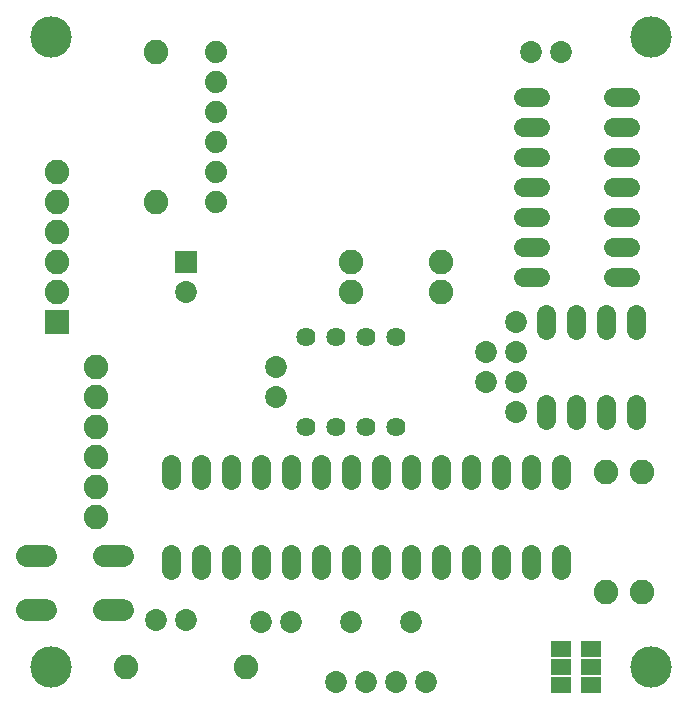
<source format=gts>
G75*
G70*
%OFA0B0*%
%FSLAX24Y24*%
%IPPOS*%
%LPD*%
%AMOC8*
5,1,8,0,0,1.08239X$1,22.5*
%
%ADD10C,0.0640*%
%ADD11C,0.0730*%
%ADD12C,0.0720*%
%ADD13C,0.0820*%
%ADD14R,0.0820X0.0820*%
%ADD15C,0.0740*%
%ADD16C,0.1380*%
%ADD17R,0.0710X0.0540*%
%ADD18C,0.0640*%
%ADD19R,0.0730X0.0730*%
D10*
X006155Y005375D02*
X006155Y005935D01*
X007155Y005935D02*
X007155Y005375D01*
X008155Y005375D02*
X008155Y005935D01*
X009155Y005935D02*
X009155Y005375D01*
X010155Y005375D02*
X010155Y005935D01*
X011155Y005935D02*
X011155Y005375D01*
X012155Y005375D02*
X012155Y005935D01*
X013155Y005935D02*
X013155Y005375D01*
X014155Y005375D02*
X014155Y005935D01*
X015155Y005935D02*
X015155Y005375D01*
X016155Y005375D02*
X016155Y005935D01*
X017155Y005935D02*
X017155Y005375D01*
X018155Y005375D02*
X018155Y005935D01*
X019155Y005935D02*
X019155Y005375D01*
X019155Y008375D02*
X019155Y008935D01*
X018155Y008935D02*
X018155Y008375D01*
X017155Y008375D02*
X017155Y008935D01*
X016155Y008935D02*
X016155Y008375D01*
X015155Y008375D02*
X015155Y008935D01*
X014155Y008935D02*
X014155Y008375D01*
X013155Y008375D02*
X013155Y008935D01*
X012155Y008935D02*
X012155Y008375D01*
X011155Y008375D02*
X011155Y008935D01*
X010155Y008935D02*
X010155Y008375D01*
X009155Y008375D02*
X009155Y008935D01*
X008155Y008935D02*
X008155Y008375D01*
X007155Y008375D02*
X007155Y008935D01*
X006155Y008935D02*
X006155Y008375D01*
X017875Y015155D02*
X018435Y015155D01*
X018435Y016155D02*
X017875Y016155D01*
X017875Y017155D02*
X018435Y017155D01*
X018435Y018155D02*
X017875Y018155D01*
X017875Y019155D02*
X018435Y019155D01*
X018435Y020155D02*
X017875Y020155D01*
X017875Y021155D02*
X018435Y021155D01*
X020875Y021155D02*
X021435Y021155D01*
X021435Y020155D02*
X020875Y020155D01*
X020875Y019155D02*
X021435Y019155D01*
X021435Y018155D02*
X020875Y018155D01*
X020875Y017155D02*
X021435Y017155D01*
X021435Y016155D02*
X020875Y016155D01*
X020875Y015155D02*
X021435Y015155D01*
X021655Y013935D02*
X021655Y013375D01*
X020655Y013375D02*
X020655Y013935D01*
X019655Y013935D02*
X019655Y013375D01*
X018655Y013375D02*
X018655Y013935D01*
X018655Y010935D02*
X018655Y010375D01*
X019655Y010375D02*
X019655Y010935D01*
X020655Y010935D02*
X020655Y010375D01*
X021655Y010375D02*
X021655Y010935D01*
D11*
X017655Y010655D03*
X017655Y011655D03*
X016655Y011655D03*
X016655Y012655D03*
X017655Y012655D03*
X017655Y013655D03*
X009655Y012155D03*
X009655Y011155D03*
X006655Y014655D03*
X006655Y003705D03*
X005655Y003705D03*
X009155Y003655D03*
X010155Y003655D03*
X011655Y001655D03*
X012655Y001655D03*
X013655Y001655D03*
X014655Y001655D03*
X014155Y003655D03*
X012155Y003655D03*
X018155Y022655D03*
X019155Y022655D03*
D12*
X004555Y005845D02*
X003915Y005845D01*
X003915Y004065D02*
X004555Y004065D01*
X001995Y004065D02*
X001355Y004065D01*
X001355Y005845D02*
X001995Y005845D01*
D13*
X003655Y007155D03*
X003655Y008155D03*
X003655Y009155D03*
X003655Y010155D03*
X003655Y011155D03*
X003655Y012155D03*
X002355Y014655D03*
X002355Y015655D03*
X002355Y016655D03*
X002355Y017655D03*
X002355Y018655D03*
X005655Y017655D03*
X005655Y022655D03*
X012155Y015655D03*
X012155Y014655D03*
X015155Y014655D03*
X015155Y015655D03*
X020655Y008655D03*
X021855Y008655D03*
X021855Y004655D03*
X020655Y004655D03*
X008655Y002155D03*
X004655Y002155D03*
D14*
X002355Y013655D03*
D15*
X007655Y017655D03*
X007655Y018655D03*
X007655Y019655D03*
X007655Y020655D03*
X007655Y021655D03*
X007655Y022655D03*
D16*
X002155Y002155D03*
X002155Y023155D03*
X022155Y023155D03*
X022155Y002155D03*
D17*
X020155Y002155D03*
X020155Y002755D03*
X019155Y002755D03*
X019155Y002155D03*
X019155Y001555D03*
X020155Y001555D03*
D18*
X013655Y010155D03*
X012655Y010155D03*
X011655Y010155D03*
X010655Y010155D03*
X010655Y013155D03*
X011655Y013155D03*
X012655Y013155D03*
X013655Y013155D03*
D19*
X006655Y015655D03*
M02*

</source>
